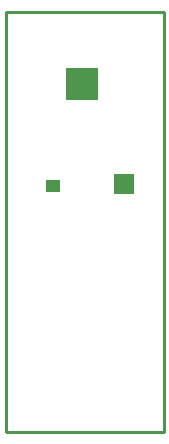
<source format=gko>
%FSAX24Y24*%
%MOIN*%
G70*
G01*
G75*
G04 Layer_Color=16711935*
%ADD10R,0.0126X0.0354*%
%ADD11R,0.0315X0.0126*%
%ADD12R,0.0118X0.0177*%
%ADD13R,0.0177X0.0118*%
%ADD14O,0.0118X0.0354*%
%ADD15O,0.0354X0.0118*%
%ADD16R,0.0866X0.0787*%
%ADD17R,0.0433X0.0551*%
%ADD18R,0.0551X0.0433*%
%ADD19C,0.0100*%
%ADD20C,0.0080*%
%ADD21C,0.0591*%
%ADD22R,0.0591X0.0591*%
%ADD23C,0.0300*%
%ADD24C,0.0098*%
%ADD25C,0.0079*%
%ADD26R,0.0206X0.0434*%
%ADD27R,0.0395X0.0206*%
%ADD28R,0.0198X0.0257*%
%ADD29R,0.0257X0.0198*%
%ADD30O,0.0198X0.0434*%
%ADD31O,0.0434X0.0198*%
%ADD32R,0.0946X0.0867*%
%ADD33R,0.0513X0.0631*%
%ADD34R,0.0631X0.0513*%
%ADD35C,0.0671*%
%ADD36R,0.0671X0.0671*%
%ADD37C,0.0380*%
%ADD38C,0.0060*%
%ADD39C,0.0039*%
%ADD40R,0.0484X0.0444*%
%ADD41R,0.0681X0.0685*%
%ADD42R,0.1065X0.1069*%
D19*
X020500Y030500D02*
X025780D01*
Y044500D01*
X020500D02*
X025780D01*
X020500Y030500D02*
Y044500D01*
D40*
X022074Y038707D02*
D03*
D41*
X024452Y038755D02*
D03*
D42*
X023051Y042100D02*
D03*
M02*

</source>
